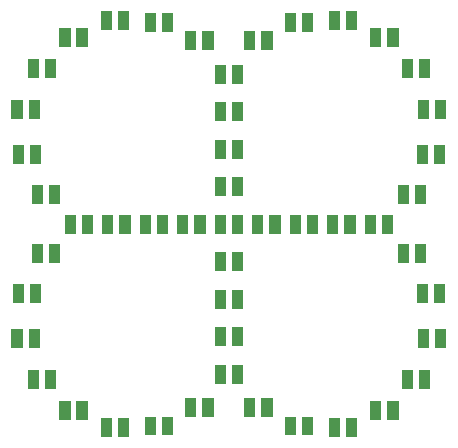
<source format=gbr>
G04 #@! TF.GenerationSoftware,KiCad,Pcbnew,5.0.2+dfsg1-1~bpo9+1*
G04 #@! TF.CreationDate,2019-04-10T18:13:28+03:00*
G04 #@! TF.ProjectId,kicad,6b696361-642e-46b6-9963-61645f706362,rev?*
G04 #@! TF.SameCoordinates,Original*
G04 #@! TF.FileFunction,Soldermask,Top*
G04 #@! TF.FilePolarity,Negative*
%FSLAX46Y46*%
G04 Gerber Fmt 4.6, Leading zero omitted, Abs format (unit mm)*
G04 Created by KiCad (PCBNEW 5.0.2+dfsg1-1~bpo9+1) date Wed 10 Apr 2019 06:13:28 PM MSK*
%MOMM*%
%LPD*%
G01*
G04 APERTURE LIST*
%ADD10C,0.100000*%
G04 APERTURE END LIST*
D10*
G36*
X115243907Y-121359079D02*
X114292307Y-121359079D01*
X114292307Y-119757479D01*
X115243907Y-119757479D01*
X115243907Y-121359079D01*
X115243907Y-121359079D01*
G37*
G36*
X133125692Y-121359079D02*
X132174092Y-121359079D01*
X132174092Y-119757479D01*
X133125692Y-119757479D01*
X133125692Y-121359079D01*
X133125692Y-121359079D01*
G37*
G36*
X134575692Y-121359079D02*
X133624092Y-121359079D01*
X133624092Y-119757479D01*
X134575692Y-119757479D01*
X134575692Y-121359079D01*
X134575692Y-121359079D01*
G37*
G36*
X113793907Y-121359079D02*
X112842307Y-121359079D01*
X112842307Y-119757479D01*
X113793907Y-119757479D01*
X113793907Y-121359079D01*
X113793907Y-121359079D01*
G37*
G36*
X119002368Y-121249719D02*
X118050768Y-121249719D01*
X118050768Y-119648119D01*
X119002368Y-119648119D01*
X119002368Y-121249719D01*
X119002368Y-121249719D01*
G37*
G36*
X130817231Y-121249719D02*
X129865631Y-121249719D01*
X129865631Y-119648119D01*
X130817231Y-119648119D01*
X130817231Y-121249719D01*
X130817231Y-121249719D01*
G37*
G36*
X117552368Y-121249719D02*
X116600768Y-121249719D01*
X116600768Y-119648119D01*
X117552368Y-119648119D01*
X117552368Y-121249719D01*
X117552368Y-121249719D01*
G37*
G36*
X129367231Y-121249719D02*
X128415631Y-121249719D01*
X128415631Y-119648119D01*
X129367231Y-119648119D01*
X129367231Y-121249719D01*
X129367231Y-121249719D01*
G37*
G36*
X111749512Y-119970845D02*
X110797912Y-119970845D01*
X110797912Y-118369245D01*
X111749512Y-118369245D01*
X111749512Y-119970845D01*
X111749512Y-119970845D01*
G37*
G36*
X110299512Y-119970845D02*
X109347912Y-119970845D01*
X109347912Y-118369245D01*
X110299512Y-118369245D01*
X110299512Y-119970845D01*
X110299512Y-119970845D01*
G37*
G36*
X136620087Y-119970845D02*
X135668487Y-119970845D01*
X135668487Y-118369245D01*
X136620087Y-118369245D01*
X136620087Y-119970845D01*
X136620087Y-119970845D01*
G37*
G36*
X138070087Y-119970845D02*
X137118487Y-119970845D01*
X137118487Y-118369245D01*
X138070087Y-118369245D01*
X138070087Y-119970845D01*
X138070087Y-119970845D01*
G37*
G36*
X120960133Y-119660652D02*
X120008533Y-119660652D01*
X120008533Y-118059052D01*
X120960133Y-118059052D01*
X120960133Y-119660652D01*
X120960133Y-119660652D01*
G37*
G36*
X122410133Y-119660652D02*
X121458533Y-119660652D01*
X121458533Y-118059052D01*
X122410133Y-118059052D01*
X122410133Y-119660652D01*
X122410133Y-119660652D01*
G37*
G36*
X127409466Y-119660652D02*
X126457866Y-119660652D01*
X126457866Y-118059052D01*
X127409466Y-118059052D01*
X127409466Y-119660652D01*
X127409466Y-119660652D01*
G37*
G36*
X125959466Y-119660652D02*
X125007866Y-119660652D01*
X125007866Y-118059052D01*
X125959466Y-118059052D01*
X125959466Y-119660652D01*
X125959466Y-119660652D01*
G37*
G36*
X140728845Y-117312087D02*
X139777245Y-117312087D01*
X139777245Y-115710487D01*
X140728845Y-115710487D01*
X140728845Y-117312087D01*
X140728845Y-117312087D01*
G37*
G36*
X139278845Y-117312087D02*
X138327245Y-117312087D01*
X138327245Y-115710487D01*
X139278845Y-115710487D01*
X139278845Y-117312087D01*
X139278845Y-117312087D01*
G37*
G36*
X109090754Y-117312087D02*
X108139154Y-117312087D01*
X108139154Y-115710487D01*
X109090754Y-115710487D01*
X109090754Y-117312087D01*
X109090754Y-117312087D01*
G37*
G36*
X107640754Y-117312087D02*
X106689154Y-117312087D01*
X106689154Y-115710487D01*
X107640754Y-115710487D01*
X107640754Y-117312087D01*
X107640754Y-117312087D01*
G37*
G36*
X123459800Y-116851800D02*
X122508200Y-116851800D01*
X122508200Y-115250200D01*
X123459800Y-115250200D01*
X123459800Y-116851800D01*
X123459800Y-116851800D01*
G37*
G36*
X124909800Y-116851800D02*
X123958200Y-116851800D01*
X123958200Y-115250200D01*
X124909800Y-115250200D01*
X124909800Y-116851800D01*
X124909800Y-116851800D01*
G37*
G36*
X142117079Y-113817692D02*
X141165479Y-113817692D01*
X141165479Y-112216092D01*
X142117079Y-112216092D01*
X142117079Y-113817692D01*
X142117079Y-113817692D01*
G37*
G36*
X107702520Y-113817692D02*
X106750920Y-113817692D01*
X106750920Y-112216092D01*
X107702520Y-112216092D01*
X107702520Y-113817692D01*
X107702520Y-113817692D01*
G37*
G36*
X106252520Y-113817692D02*
X105300920Y-113817692D01*
X105300920Y-112216092D01*
X106252520Y-112216092D01*
X106252520Y-113817692D01*
X106252520Y-113817692D01*
G37*
G36*
X140667079Y-113817692D02*
X139715479Y-113817692D01*
X139715479Y-112216092D01*
X140667079Y-112216092D01*
X140667079Y-113817692D01*
X140667079Y-113817692D01*
G37*
G36*
X123459800Y-113676799D02*
X122508200Y-113676799D01*
X122508200Y-112075199D01*
X123459800Y-112075199D01*
X123459800Y-113676799D01*
X123459800Y-113676799D01*
G37*
G36*
X124909800Y-113676799D02*
X123958200Y-113676799D01*
X123958200Y-112075199D01*
X124909800Y-112075199D01*
X124909800Y-113676799D01*
X124909800Y-113676799D01*
G37*
G36*
X123459800Y-110501800D02*
X122508200Y-110501800D01*
X122508200Y-108900200D01*
X123459800Y-108900200D01*
X123459800Y-110501800D01*
X123459800Y-110501800D01*
G37*
G36*
X124909800Y-110501800D02*
X123958200Y-110501800D01*
X123958200Y-108900200D01*
X124909800Y-108900200D01*
X124909800Y-110501800D01*
X124909800Y-110501800D01*
G37*
G36*
X106361880Y-110059231D02*
X105410280Y-110059231D01*
X105410280Y-108457631D01*
X106361880Y-108457631D01*
X106361880Y-110059231D01*
X106361880Y-110059231D01*
G37*
G36*
X140557719Y-110059231D02*
X139606119Y-110059231D01*
X139606119Y-108457631D01*
X140557719Y-108457631D01*
X140557719Y-110059231D01*
X140557719Y-110059231D01*
G37*
G36*
X107811880Y-110059231D02*
X106860280Y-110059231D01*
X106860280Y-108457631D01*
X107811880Y-108457631D01*
X107811880Y-110059231D01*
X107811880Y-110059231D01*
G37*
G36*
X142007719Y-110059231D02*
X141056119Y-110059231D01*
X141056119Y-108457631D01*
X142007719Y-108457631D01*
X142007719Y-110059231D01*
X142007719Y-110059231D01*
G37*
G36*
X124909800Y-107326800D02*
X123958200Y-107326800D01*
X123958200Y-105725200D01*
X124909800Y-105725200D01*
X124909800Y-107326800D01*
X124909800Y-107326800D01*
G37*
G36*
X123459800Y-107326800D02*
X122508200Y-107326800D01*
X122508200Y-105725200D01*
X123459800Y-105725200D01*
X123459800Y-107326800D01*
X123459800Y-107326800D01*
G37*
G36*
X140418652Y-106651466D02*
X139467052Y-106651466D01*
X139467052Y-105049866D01*
X140418652Y-105049866D01*
X140418652Y-106651466D01*
X140418652Y-106651466D01*
G37*
G36*
X109400947Y-106651466D02*
X108449347Y-106651466D01*
X108449347Y-105049866D01*
X109400947Y-105049866D01*
X109400947Y-106651466D01*
X109400947Y-106651466D01*
G37*
G36*
X138968652Y-106651466D02*
X138017052Y-106651466D01*
X138017052Y-105049866D01*
X138968652Y-105049866D01*
X138968652Y-106651466D01*
X138968652Y-106651466D01*
G37*
G36*
X107950947Y-106651466D02*
X106999347Y-106651466D01*
X106999347Y-105049866D01*
X107950947Y-105049866D01*
X107950947Y-106651466D01*
X107950947Y-106651466D01*
G37*
G36*
X123459800Y-104151800D02*
X122508200Y-104151800D01*
X122508200Y-102550200D01*
X123459800Y-102550200D01*
X123459800Y-104151800D01*
X123459800Y-104151800D01*
G37*
G36*
X110759800Y-104151800D02*
X109808200Y-104151800D01*
X109808200Y-102550200D01*
X110759800Y-102550200D01*
X110759800Y-104151800D01*
X110759800Y-104151800D01*
G37*
G36*
X112209800Y-104151800D02*
X111258200Y-104151800D01*
X111258200Y-102550200D01*
X112209800Y-102550200D01*
X112209800Y-104151800D01*
X112209800Y-104151800D01*
G37*
G36*
X113934800Y-104151800D02*
X112983200Y-104151800D01*
X112983200Y-102550200D01*
X113934800Y-102550200D01*
X113934800Y-104151800D01*
X113934800Y-104151800D01*
G37*
G36*
X115384800Y-104151800D02*
X114433200Y-104151800D01*
X114433200Y-102550200D01*
X115384800Y-102550200D01*
X115384800Y-104151800D01*
X115384800Y-104151800D01*
G37*
G36*
X117109800Y-104151800D02*
X116158200Y-104151800D01*
X116158200Y-102550200D01*
X117109800Y-102550200D01*
X117109800Y-104151800D01*
X117109800Y-104151800D01*
G37*
G36*
X118559800Y-104151800D02*
X117608200Y-104151800D01*
X117608200Y-102550200D01*
X118559800Y-102550200D01*
X118559800Y-104151800D01*
X118559800Y-104151800D01*
G37*
G36*
X120284800Y-104151800D02*
X119333200Y-104151800D01*
X119333200Y-102550200D01*
X120284800Y-102550200D01*
X120284800Y-104151800D01*
X120284800Y-104151800D01*
G37*
G36*
X121734800Y-104151800D02*
X120783200Y-104151800D01*
X120783200Y-102550200D01*
X121734800Y-102550200D01*
X121734800Y-104151800D01*
X121734800Y-104151800D01*
G37*
G36*
X131259800Y-104151800D02*
X130308200Y-104151800D01*
X130308200Y-102550200D01*
X131259800Y-102550200D01*
X131259800Y-104151800D01*
X131259800Y-104151800D01*
G37*
G36*
X132984800Y-104151800D02*
X132033200Y-104151800D01*
X132033200Y-102550200D01*
X132984800Y-102550200D01*
X132984800Y-104151800D01*
X132984800Y-104151800D01*
G37*
G36*
X126634800Y-104151800D02*
X125683200Y-104151800D01*
X125683200Y-102550200D01*
X126634800Y-102550200D01*
X126634800Y-104151800D01*
X126634800Y-104151800D01*
G37*
G36*
X137609800Y-104151800D02*
X136658200Y-104151800D01*
X136658200Y-102550200D01*
X137609800Y-102550200D01*
X137609800Y-104151800D01*
X137609800Y-104151800D01*
G37*
G36*
X124909800Y-104151800D02*
X123958200Y-104151800D01*
X123958200Y-102550200D01*
X124909800Y-102550200D01*
X124909800Y-104151800D01*
X124909800Y-104151800D01*
G37*
G36*
X129809800Y-104151800D02*
X128858200Y-104151800D01*
X128858200Y-102550200D01*
X129809800Y-102550200D01*
X129809800Y-104151800D01*
X129809800Y-104151800D01*
G37*
G36*
X136159800Y-104151800D02*
X135208200Y-104151800D01*
X135208200Y-102550200D01*
X136159800Y-102550200D01*
X136159800Y-104151800D01*
X136159800Y-104151800D01*
G37*
G36*
X134434800Y-104151800D02*
X133483200Y-104151800D01*
X133483200Y-102550200D01*
X134434800Y-102550200D01*
X134434800Y-104151800D01*
X134434800Y-104151800D01*
G37*
G36*
X128084800Y-104151800D02*
X127133200Y-104151800D01*
X127133200Y-102550200D01*
X128084800Y-102550200D01*
X128084800Y-104151800D01*
X128084800Y-104151800D01*
G37*
G36*
X140418652Y-101652133D02*
X139467052Y-101652133D01*
X139467052Y-100050533D01*
X140418652Y-100050533D01*
X140418652Y-101652133D01*
X140418652Y-101652133D01*
G37*
G36*
X138968652Y-101652133D02*
X138017052Y-101652133D01*
X138017052Y-100050533D01*
X138968652Y-100050533D01*
X138968652Y-101652133D01*
X138968652Y-101652133D01*
G37*
G36*
X109400947Y-101652133D02*
X108449347Y-101652133D01*
X108449347Y-100050533D01*
X109400947Y-100050533D01*
X109400947Y-101652133D01*
X109400947Y-101652133D01*
G37*
G36*
X107950947Y-101652133D02*
X106999347Y-101652133D01*
X106999347Y-100050533D01*
X107950947Y-100050533D01*
X107950947Y-101652133D01*
X107950947Y-101652133D01*
G37*
G36*
X123459800Y-100976800D02*
X122508200Y-100976800D01*
X122508200Y-99375200D01*
X123459800Y-99375200D01*
X123459800Y-100976800D01*
X123459800Y-100976800D01*
G37*
G36*
X124909800Y-100976800D02*
X123958200Y-100976800D01*
X123958200Y-99375200D01*
X124909800Y-99375200D01*
X124909800Y-100976800D01*
X124909800Y-100976800D01*
G37*
G36*
X142007719Y-98244368D02*
X141056119Y-98244368D01*
X141056119Y-96642768D01*
X142007719Y-96642768D01*
X142007719Y-98244368D01*
X142007719Y-98244368D01*
G37*
G36*
X106361880Y-98244368D02*
X105410280Y-98244368D01*
X105410280Y-96642768D01*
X106361880Y-96642768D01*
X106361880Y-98244368D01*
X106361880Y-98244368D01*
G37*
G36*
X107811880Y-98244368D02*
X106860280Y-98244368D01*
X106860280Y-96642768D01*
X107811880Y-96642768D01*
X107811880Y-98244368D01*
X107811880Y-98244368D01*
G37*
G36*
X140557719Y-98244368D02*
X139606119Y-98244368D01*
X139606119Y-96642768D01*
X140557719Y-96642768D01*
X140557719Y-98244368D01*
X140557719Y-98244368D01*
G37*
G36*
X124909800Y-97801800D02*
X123958200Y-97801800D01*
X123958200Y-96200200D01*
X124909800Y-96200200D01*
X124909800Y-97801800D01*
X124909800Y-97801800D01*
G37*
G36*
X123459800Y-97801800D02*
X122508200Y-97801800D01*
X122508200Y-96200200D01*
X123459800Y-96200200D01*
X123459800Y-97801800D01*
X123459800Y-97801800D01*
G37*
G36*
X123459800Y-94626800D02*
X122508200Y-94626800D01*
X122508200Y-93025200D01*
X123459800Y-93025200D01*
X123459800Y-94626800D01*
X123459800Y-94626800D01*
G37*
G36*
X124909800Y-94626800D02*
X123958200Y-94626800D01*
X123958200Y-93025200D01*
X124909800Y-93025200D01*
X124909800Y-94626800D01*
X124909800Y-94626800D01*
G37*
G36*
X142117079Y-94485907D02*
X141165479Y-94485907D01*
X141165479Y-92884307D01*
X142117079Y-92884307D01*
X142117079Y-94485907D01*
X142117079Y-94485907D01*
G37*
G36*
X107702520Y-94485907D02*
X106750920Y-94485907D01*
X106750920Y-92884307D01*
X107702520Y-92884307D01*
X107702520Y-94485907D01*
X107702520Y-94485907D01*
G37*
G36*
X140667079Y-94485907D02*
X139715479Y-94485907D01*
X139715479Y-92884307D01*
X140667079Y-92884307D01*
X140667079Y-94485907D01*
X140667079Y-94485907D01*
G37*
G36*
X106252520Y-94485907D02*
X105300920Y-94485907D01*
X105300920Y-92884307D01*
X106252520Y-92884307D01*
X106252520Y-94485907D01*
X106252520Y-94485907D01*
G37*
G36*
X124909800Y-91451800D02*
X123958200Y-91451800D01*
X123958200Y-89850200D01*
X124909800Y-89850200D01*
X124909800Y-91451800D01*
X124909800Y-91451800D01*
G37*
G36*
X123459800Y-91451800D02*
X122508200Y-91451800D01*
X122508200Y-89850200D01*
X123459800Y-89850200D01*
X123459800Y-91451800D01*
X123459800Y-91451800D01*
G37*
G36*
X107640754Y-90991512D02*
X106689154Y-90991512D01*
X106689154Y-89389912D01*
X107640754Y-89389912D01*
X107640754Y-90991512D01*
X107640754Y-90991512D01*
G37*
G36*
X109090754Y-90991512D02*
X108139154Y-90991512D01*
X108139154Y-89389912D01*
X109090754Y-89389912D01*
X109090754Y-90991512D01*
X109090754Y-90991512D01*
G37*
G36*
X140728845Y-90991512D02*
X139777245Y-90991512D01*
X139777245Y-89389912D01*
X140728845Y-89389912D01*
X140728845Y-90991512D01*
X140728845Y-90991512D01*
G37*
G36*
X139278845Y-90991512D02*
X138327245Y-90991512D01*
X138327245Y-89389912D01*
X139278845Y-89389912D01*
X139278845Y-90991512D01*
X139278845Y-90991512D01*
G37*
G36*
X120960133Y-88642947D02*
X120008533Y-88642947D01*
X120008533Y-87041347D01*
X120960133Y-87041347D01*
X120960133Y-88642947D01*
X120960133Y-88642947D01*
G37*
G36*
X127409466Y-88642947D02*
X126457866Y-88642947D01*
X126457866Y-87041347D01*
X127409466Y-87041347D01*
X127409466Y-88642947D01*
X127409466Y-88642947D01*
G37*
G36*
X125959466Y-88642947D02*
X125007866Y-88642947D01*
X125007866Y-87041347D01*
X125959466Y-87041347D01*
X125959466Y-88642947D01*
X125959466Y-88642947D01*
G37*
G36*
X122410133Y-88642947D02*
X121458533Y-88642947D01*
X121458533Y-87041347D01*
X122410133Y-87041347D01*
X122410133Y-88642947D01*
X122410133Y-88642947D01*
G37*
G36*
X110299512Y-88332754D02*
X109347912Y-88332754D01*
X109347912Y-86731154D01*
X110299512Y-86731154D01*
X110299512Y-88332754D01*
X110299512Y-88332754D01*
G37*
G36*
X138070087Y-88332754D02*
X137118487Y-88332754D01*
X137118487Y-86731154D01*
X138070087Y-86731154D01*
X138070087Y-88332754D01*
X138070087Y-88332754D01*
G37*
G36*
X136620087Y-88332754D02*
X135668487Y-88332754D01*
X135668487Y-86731154D01*
X136620087Y-86731154D01*
X136620087Y-88332754D01*
X136620087Y-88332754D01*
G37*
G36*
X111749512Y-88332754D02*
X110797912Y-88332754D01*
X110797912Y-86731154D01*
X111749512Y-86731154D01*
X111749512Y-88332754D01*
X111749512Y-88332754D01*
G37*
G36*
X117552368Y-87053880D02*
X116600768Y-87053880D01*
X116600768Y-85452280D01*
X117552368Y-85452280D01*
X117552368Y-87053880D01*
X117552368Y-87053880D01*
G37*
G36*
X119002368Y-87053880D02*
X118050768Y-87053880D01*
X118050768Y-85452280D01*
X119002368Y-85452280D01*
X119002368Y-87053880D01*
X119002368Y-87053880D01*
G37*
G36*
X129367231Y-87053880D02*
X128415631Y-87053880D01*
X128415631Y-85452280D01*
X129367231Y-85452280D01*
X129367231Y-87053880D01*
X129367231Y-87053880D01*
G37*
G36*
X130817231Y-87053880D02*
X129865631Y-87053880D01*
X129865631Y-85452280D01*
X130817231Y-85452280D01*
X130817231Y-87053880D01*
X130817231Y-87053880D01*
G37*
G36*
X133125692Y-86944520D02*
X132174092Y-86944520D01*
X132174092Y-85342920D01*
X133125692Y-85342920D01*
X133125692Y-86944520D01*
X133125692Y-86944520D01*
G37*
G36*
X113793907Y-86944520D02*
X112842307Y-86944520D01*
X112842307Y-85342920D01*
X113793907Y-85342920D01*
X113793907Y-86944520D01*
X113793907Y-86944520D01*
G37*
G36*
X115243907Y-86944520D02*
X114292307Y-86944520D01*
X114292307Y-85342920D01*
X115243907Y-85342920D01*
X115243907Y-86944520D01*
X115243907Y-86944520D01*
G37*
G36*
X134575692Y-86944520D02*
X133624092Y-86944520D01*
X133624092Y-85342920D01*
X134575692Y-85342920D01*
X134575692Y-86944520D01*
X134575692Y-86944520D01*
G37*
M02*

</source>
